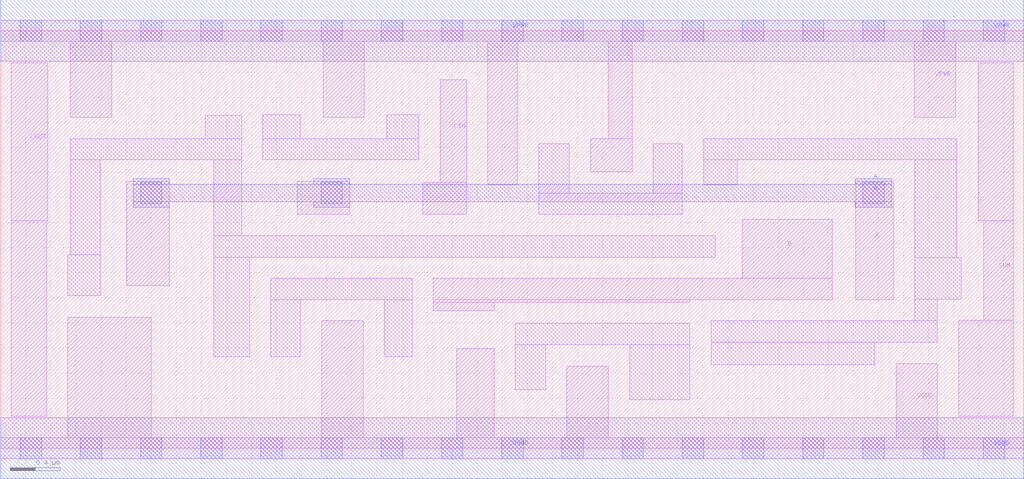
<source format=lef>
# Copyright 2020 The SkyWater PDK Authors
#
# Licensed under the Apache License, Version 2.0 (the "License");
# you may not use this file except in compliance with the License.
# You may obtain a copy of the License at
#
#     https://www.apache.org/licenses/LICENSE-2.0
#
# Unless required by applicable law or agreed to in writing, software
# distributed under the License is distributed on an "AS IS" BASIS,
# WITHOUT WARRANTIES OR CONDITIONS OF ANY KIND, either express or implied.
# See the License for the specific language governing permissions and
# limitations under the License.
#
# SPDX-License-Identifier: Apache-2.0

VERSION 5.7 ;
  NAMESCASESENSITIVE ON ;
  NOWIREEXTENSIONATPIN ON ;
  DIVIDERCHAR "/" ;
  BUSBITCHARS "[]" ;
UNITS
  DATABASE MICRONS 200 ;
END UNITS
MACRO sky130_fd_sc_lp__fa_1
  CLASS CORE ;
  SOURCE USER ;
  FOREIGN sky130_fd_sc_lp__fa_1 ;
  ORIGIN  0.000000  0.000000 ;
  SIZE  8.160000 BY  3.330000 ;
  SYMMETRY X Y R90 ;
  SITE unit ;
  PIN A
    ANTENNAGATEAREA  0.504000 ;
    DIRECTION INPUT ;
    USE SIGNAL ;
    PORT
      LAYER li1 ;
        RECT 1.005000 1.295000 1.345000 2.130000 ;
        RECT 2.365000 1.865000 2.785000 2.130000 ;
        RECT 6.820000 1.185000 7.120000 2.130000 ;
      LAYER mcon ;
        RECT 1.115000 1.950000 1.285000 2.120000 ;
        RECT 2.555000 1.950000 2.725000 2.120000 ;
        RECT 6.875000 1.950000 7.045000 2.120000 ;
      LAYER met1 ;
        RECT 1.055000 1.920000 1.345000 1.965000 ;
        RECT 1.055000 1.965000 7.105000 2.105000 ;
        RECT 1.055000 2.105000 1.345000 2.150000 ;
        RECT 2.495000 1.920000 2.785000 1.965000 ;
        RECT 2.495000 2.105000 2.785000 2.150000 ;
        RECT 6.815000 1.920000 7.105000 1.965000 ;
        RECT 6.815000 2.105000 7.105000 2.150000 ;
    END
  END A
  PIN B
    ANTENNAGATEAREA  0.504000 ;
    DIRECTION INPUT ;
    USE SIGNAL ;
    PORT
      LAYER li1 ;
        RECT 3.450000 1.095000 3.935000 1.165000 ;
        RECT 3.450000 1.165000 5.495000 1.185000 ;
        RECT 3.450000 1.185000 6.630000 1.355000 ;
        RECT 5.915000 1.355000 6.630000 1.825000 ;
    END
  END B
  PIN CIN
    ANTENNAGATEAREA  0.378000 ;
    DIRECTION INPUT ;
    USE SIGNAL ;
    PORT
      LAYER li1 ;
        RECT 3.365000 1.865000 3.715000 2.120000 ;
        RECT 3.505000 2.120000 3.715000 2.940000 ;
    END
  END CIN
  PIN COUT
    ANTENNADIFFAREA  0.556500 ;
    DIRECTION OUTPUT ;
    USE SIGNAL ;
    PORT
      LAYER li1 ;
        RECT 0.085000 0.255000 0.365000 1.815000 ;
        RECT 0.085000 1.815000 0.375000 3.075000 ;
    END
  END COUT
  PIN SUM
    ANTENNADIFFAREA  0.573300 ;
    DIRECTION OUTPUT ;
    USE SIGNAL ;
    PORT
      LAYER li1 ;
        RECT 7.640000 0.255000 8.075000 1.020000 ;
        RECT 7.795000 1.815000 8.075000 3.075000 ;
        RECT 7.840000 1.020000 8.075000 1.815000 ;
    END
  END SUM
  PIN VGND
    DIRECTION INOUT ;
    USE GROUND ;
    PORT
      LAYER li1 ;
        RECT 0.000000 -0.085000 8.160000 0.085000 ;
        RECT 0.535000  0.085000 1.200000 1.045000 ;
        RECT 2.560000  0.085000 2.890000 1.015000 ;
        RECT 3.635000  0.085000 3.935000 0.795000 ;
        RECT 4.515000  0.085000 4.845000 0.655000 ;
        RECT 7.140000  0.085000 7.470000 0.675000 ;
      LAYER mcon ;
        RECT 0.155000 -0.085000 0.325000 0.085000 ;
        RECT 0.635000 -0.085000 0.805000 0.085000 ;
        RECT 1.115000 -0.085000 1.285000 0.085000 ;
        RECT 1.595000 -0.085000 1.765000 0.085000 ;
        RECT 2.075000 -0.085000 2.245000 0.085000 ;
        RECT 2.555000 -0.085000 2.725000 0.085000 ;
        RECT 3.035000 -0.085000 3.205000 0.085000 ;
        RECT 3.515000 -0.085000 3.685000 0.085000 ;
        RECT 3.995000 -0.085000 4.165000 0.085000 ;
        RECT 4.475000 -0.085000 4.645000 0.085000 ;
        RECT 4.955000 -0.085000 5.125000 0.085000 ;
        RECT 5.435000 -0.085000 5.605000 0.085000 ;
        RECT 5.915000 -0.085000 6.085000 0.085000 ;
        RECT 6.395000 -0.085000 6.565000 0.085000 ;
        RECT 6.875000 -0.085000 7.045000 0.085000 ;
        RECT 7.355000 -0.085000 7.525000 0.085000 ;
        RECT 7.835000 -0.085000 8.005000 0.085000 ;
      LAYER met1 ;
        RECT 0.000000 -0.245000 8.160000 0.245000 ;
    END
  END VGND
  PIN VPWR
    DIRECTION INOUT ;
    USE POWER ;
    PORT
      LAYER li1 ;
        RECT 0.000000 3.245000 8.160000 3.415000 ;
        RECT 0.555000 2.640000 0.885000 3.245000 ;
        RECT 2.570000 2.640000 2.900000 3.245000 ;
        RECT 3.885000 2.100000 4.120000 3.245000 ;
        RECT 4.705000 2.205000 5.035000 2.470000 ;
        RECT 4.845000 2.470000 5.035000 3.245000 ;
        RECT 7.285000 2.640000 7.615000 3.245000 ;
      LAYER mcon ;
        RECT 0.155000 3.245000 0.325000 3.415000 ;
        RECT 0.635000 3.245000 0.805000 3.415000 ;
        RECT 1.115000 3.245000 1.285000 3.415000 ;
        RECT 1.595000 3.245000 1.765000 3.415000 ;
        RECT 2.075000 3.245000 2.245000 3.415000 ;
        RECT 2.555000 3.245000 2.725000 3.415000 ;
        RECT 3.035000 3.245000 3.205000 3.415000 ;
        RECT 3.515000 3.245000 3.685000 3.415000 ;
        RECT 3.995000 3.245000 4.165000 3.415000 ;
        RECT 4.475000 3.245000 4.645000 3.415000 ;
        RECT 4.955000 3.245000 5.125000 3.415000 ;
        RECT 5.435000 3.245000 5.605000 3.415000 ;
        RECT 5.915000 3.245000 6.085000 3.415000 ;
        RECT 6.395000 3.245000 6.565000 3.415000 ;
        RECT 6.875000 3.245000 7.045000 3.415000 ;
        RECT 7.355000 3.245000 7.525000 3.415000 ;
        RECT 7.835000 3.245000 8.005000 3.415000 ;
      LAYER met1 ;
        RECT 0.000000 3.085000 8.160000 3.575000 ;
    END
  END VPWR
  OBS
    LAYER li1 ;
      RECT 0.535000 1.215000 0.795000 1.545000 ;
      RECT 0.555000 1.545000 0.795000 2.300000 ;
      RECT 0.555000 2.300000 1.920000 2.470000 ;
      RECT 1.630000 2.470000 1.920000 2.655000 ;
      RECT 1.700000 0.730000 1.985000 1.525000 ;
      RECT 1.700000 1.525000 5.700000 1.695000 ;
      RECT 1.700000 1.695000 1.920000 2.300000 ;
      RECT 2.090000 2.300000 3.335000 2.470000 ;
      RECT 2.090000 2.470000 2.390000 2.660000 ;
      RECT 2.155000 0.730000 2.390000 1.185000 ;
      RECT 2.155000 1.185000 3.280000 1.355000 ;
      RECT 3.060000 0.730000 3.280000 1.185000 ;
      RECT 3.080000 2.470000 3.335000 2.660000 ;
      RECT 4.105000 0.465000 4.345000 0.825000 ;
      RECT 4.105000 0.825000 5.495000 0.995000 ;
      RECT 4.290000 1.865000 5.435000 2.035000 ;
      RECT 4.290000 2.035000 4.535000 2.430000 ;
      RECT 5.015000 0.385000 5.495000 0.825000 ;
      RECT 5.205000 2.035000 5.435000 2.430000 ;
      RECT 5.605000 2.100000 5.875000 2.300000 ;
      RECT 5.605000 2.300000 7.625000 2.470000 ;
      RECT 5.665000 0.665000 6.970000 0.845000 ;
      RECT 5.665000 0.845000 7.470000 1.015000 ;
      RECT 7.290000 1.015000 7.470000 1.190000 ;
      RECT 7.290000 1.190000 7.660000 1.520000 ;
      RECT 7.290000 1.520000 7.625000 2.300000 ;
  END
END sky130_fd_sc_lp__fa_1

</source>
